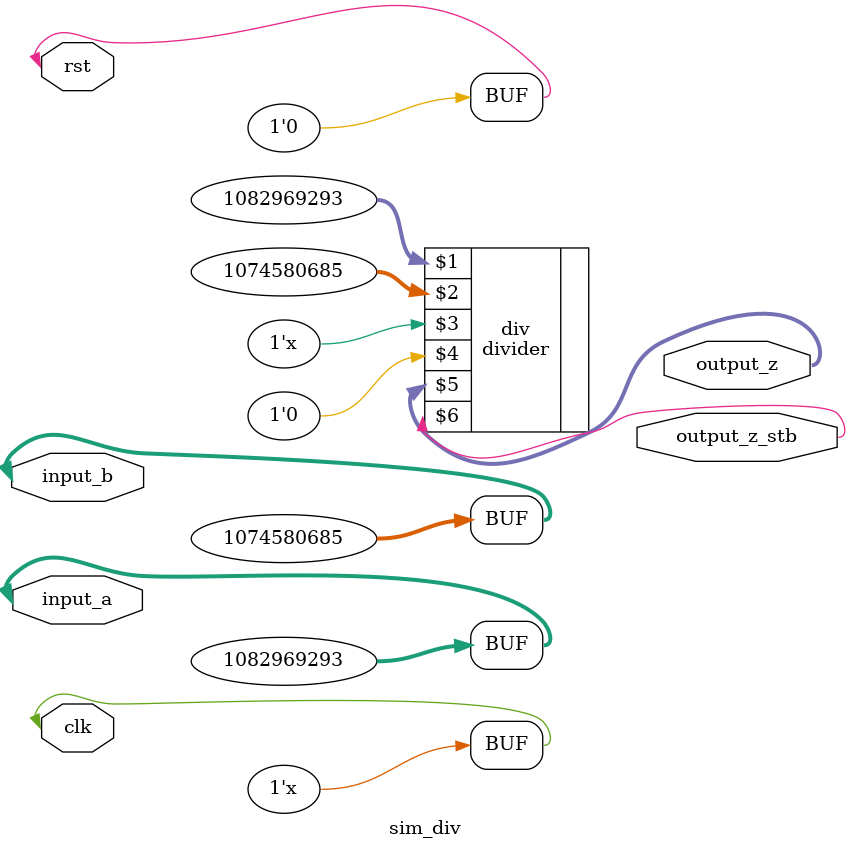
<source format=sv>
`timescale 1ns / 1ps


module sim_div(  input reg  [31:0] input_a,input_b,
  input reg  clk,rst,
  output logic [31:0] output_z,
  output logic output_z_stb);
  
  


      always begin
        #3 clk = !clk;  
      end
                
              
      divider div(input_a,input_b, clk, rst, output_z, output_z_stb);

        
       initial begin
            clk = 0;
            rst = 1;
            
            #9;
            
            rst = 0;
            
            #18
            
            //set input a
            input_a = 32'h408ccccd;
            //set input b
            input_b = 32'h400ccccd;
            //set both stable
           
            
            //wait
            #500;
            
            //check output_z when output stable
            
            
            
            
       
       end; 
     
endmodule

</source>
